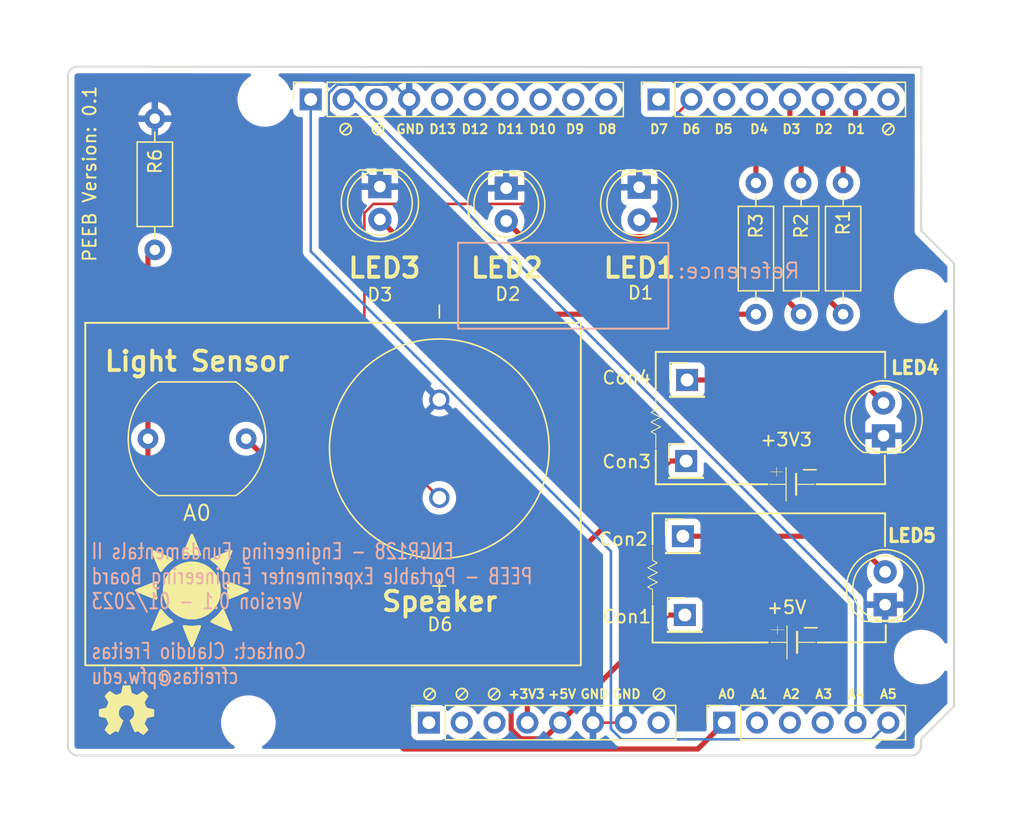
<source format=kicad_pcb>
(kicad_pcb (version 20211014) (generator pcbnew)
  (title_block (date "mar. 31 mars 2015"))
  (layers (0 "F.Cu" signal) (31 "B.Cu" signal) (34 "B.Paste" user) (35 "F.Paste" user) (36 "B.SilkS" user "B.Silkscreen") (37 "F.SilkS" user "F.Silkscreen") (38 "B.Mask" user) (39 "F.Mask" user) (44 "Edge.Cuts" user))
  (net 0 "")
  (net 1 "GND")
  (net 3 "+5V")
  (net 4 "/IOREF")
  (net 5 "Net-(D1-Pad2)")
  (net 6 "Net-(D2-Pad2)")
  (net 7 "Net-(D3-Pad2)")
  (net 8 "/A3")
  (net 9 "/SDA{slash}A4")
  (net 10 "/SCL{slash}A5")
  (net 11 "/AREF")
  (net 12 "D13")
  (net 13 "D12")
  (net 14 "D11")
  (net 15 "D10")
  (net 16 "D9")
  (net 17 "D8")
  (net 18 "A0")
  (net 19 "A1")
  (net 20 "A2")
  (net 21 "D7")
  (net 22 "D6")
  (net 23 "/RX{slash}0")
  (net 24 "+3V3")
  (net 25 "VCC")
  (net 26 "/~{RESET}")
  (net 27 "D5")
  (net 28 "D4")
  (net 29 "D3")
  (net 30 "D2")
  (net 31 "D1")
  (net 32 "Net-(Con1-Pad1)")
  (net 33 "Net-(Con3-Pad1)")
  (footprint "Connector_PinSocket_2.54mm:PinSocket_1x08_P2.54mm_Vertical" (layer "F.Cu") (at 127.94 97.46 90)
    (fp_text reference "J1" hide)
    (fp_text value "Power")
    (pad "1" thru_hole rect locked (at 0 0 90) (size 1.7 1.7) (drill 1) (layers *.Cu *.Mask))
    (pad "2" thru_hole oval locked (at 0 2.54 90) (size 1.7 1.7) (drill 1) (layers *.Cu *.Mask) (net 4 "/IOREF"))
    (pad "3" thru_hole oval locked (at 0 5.08 90) (size 1.7 1.7) (drill 1) (layers *.Cu *.Mask) (net 26 "/~{RESET}"))
    (pad "4" thru_hole oval locked (at 0 7.62 90) (size 1.7 1.7) (drill 1) (layers *.Cu *.Mask) (net 24 "+3V3"))
    (pad "5" thru_hole oval locked (at 0 10.16 90) (size 1.7 1.7) (drill 1) (layers *.Cu *.Mask) (net 3 "+5V"))
    (pad "6" thru_hole oval locked (at 0 12.7 90) (size 1.7 1.7) (drill 1) (layers *.Cu *.Mask) (net 1 "GND"))
    (pad "7" thru_hole oval locked (at 0 15.24 90) (size 1.7 1.7) (drill 1) (layers *.Cu *.Mask) (net 1 "GND"))
    (pad "8" thru_hole oval locked (at 0 17.78 90) (size 1.7 1.7) (drill 1) (layers *.Cu *.Mask) (net 25 "VCC"))
  )
  (footprint "Connector_PinSocket_2.54mm:PinSocket_1x06_P2.54mm_Vertical" (layer "F.Cu") (at 150.8 97.46 90)
    (fp_text reference "J3" hide)
    (fp_text value "Analog")
    (pad "1" thru_hole rect locked (at 0 0 90) (size 1.7 1.7) (drill 1) (layers *.Cu *.Mask) (net 18 "A0"))
    (pad "2" thru_hole oval locked (at 0 2.54 90) (size 1.7 1.7) (drill 1) (layers *.Cu *.Mask) (net 19 "A1"))
    (pad "3" thru_hole oval locked (at 0 5.08 90) (size 1.7 1.7) (drill 1) (layers *.Cu *.Mask) (net 20 "A2"))
    (pad "4" thru_hole oval locked (at 0 7.62 90) (size 1.7 1.7) (drill 1) (layers *.Cu *.Mask) (net 8 "/A3"))
    (pad "5" thru_hole oval locked (at 0 10.16 90) (size 1.7 1.7) (drill 1) (layers *.Cu *.Mask) (net 9 "/SDA{slash}A4"))
    (pad "6" thru_hole oval locked (at 0 12.7 90) (size 1.7 1.7) (drill 1) (layers *.Cu *.Mask) (net 10 "/SCL{slash}A5"))
  )
  (footprint "Connector_PinSocket_2.54mm:PinSocket_1x10_P2.54mm_Vertical" (layer "F.Cu") (at 118.796 49.2 90)
    (fp_text reference "J2" hide)
    (fp_text value "Digital/PWM")
    (pad "1" thru_hole rect locked (at 0 0 90) (size 1.7 1.7) (drill 1) (layers *.Cu *.Mask) (net 10 "/SCL{slash}A5"))
    (pad "2" thru_hole oval locked (at 0 2.54 90) (size 1.7 1.7) (drill 1) (layers *.Cu *.Mask) (net 9 "/SDA{slash}A4"))
    (pad "3" thru_hole oval locked (at 0 5.08 90) (size 1.7 1.7) (drill 1) (layers *.Cu *.Mask) (net 11 "/AREF"))
    (pad "4" thru_hole oval locked (at 0 7.62 90) (size 1.7 1.7) (drill 1) (layers *.Cu *.Mask) (net 1 "GND"))
    (pad "5" thru_hole oval locked (at 0 10.16 90) (size 1.7 1.7) (drill 1) (layers *.Cu *.Mask) (net 12 "D13"))
    (pad "6" thru_hole oval locked (at 0 12.7 90) (size 1.7 1.7) (drill 1) (layers *.Cu *.Mask) (net 13 "D12"))
    (pad "7" thru_hole oval locked (at 0 15.24 90) (size 1.7 1.7) (drill 1) (layers *.Cu *.Mask) (net 14 "D11"))
    (pad "8" thru_hole oval locked (at 0 17.78 90) (size 1.7 1.7) (drill 1) (layers *.Cu *.Mask) (net 15 "D10"))
    (pad "9" thru_hole oval locked (at 0 20.32 90) (size 1.7 1.7) (drill 1) (layers *.Cu *.Mask) (net 16 "D9"))
    (pad "10" thru_hole oval locked (at 0 22.86 90) (size 1.7 1.7) (drill 1) (layers *.Cu *.Mask) (net 17 "D8"))
  )
  (footprint "Connector_PinSocket_2.54mm:PinSocket_1x08_P2.54mm_Vertical" (layer "F.Cu") (at 145.72 49.2 90)
    (fp_text reference "J4" hide)
    (fp_text value "Digital/PWM")
    (pad "1" thru_hole rect locked (at 0 0 90) (size 1.7 1.7) (drill 1) (layers *.Cu *.Mask) (net 21 "D7"))
    (pad "2" thru_hole oval locked (at 0 2.54 90) (size 1.7 1.7) (drill 1) (layers *.Cu *.Mask) (net 22 "D6"))
    (pad "3" thru_hole oval locked (at 0 5.08 90) (size 1.7 1.7) (drill 1) (layers *.Cu *.Mask) (net 27 "D5"))
    (pad "4" thru_hole oval locked (at 0 7.62 90) (size 1.7 1.7) (drill 1) (layers *.Cu *.Mask) (net 28 "D4"))
    (pad "5" thru_hole oval locked (at 0 10.16 90) (size 1.7 1.7) (drill 1) (layers *.Cu *.Mask) (net 29 "D3"))
    (pad "6" thru_hole oval locked (at 0 12.7 90) (size 1.7 1.7) (drill 1) (layers *.Cu *.Mask) (net 30 "D2"))
    (pad "7" thru_hole oval locked (at 0 15.24 90) (size 1.7 1.7) (drill 1) (layers *.Cu *.Mask) (net 31 "D1"))
    (pad "8" thru_hole oval locked (at 0 17.78 90) (size 1.7 1.7) (drill 1) (layers *.Cu *.Mask) (net 23 "/RX{slash}0"))
  )
  (footprint "LED_THT:LED_D5.0mm_IRGrey" (layer "F.Cu") (at 163.25 88.325 90)
    (fp_text reference "D4" hide)
    (fp_text value "LED")
    (pad "1" thru_hole rect (at 0 0 90) (size 1.8 1.8) (drill 0.9) (layers *.Cu *.Mask) (net 1 "GND"))
    (pad "2" thru_hole circle (at 2.54 0 90) (size 1.8 1.8) (drill 0.9) (layers *.Cu *.Mask) (net 32 "Net-(Con1-Pad1)"))
  )
  (footprint "LED_THT:LED_D5.0mm_IRGrey" (layer "F.Cu") (at 133.925 56.075 -90)
    (fp_text reference "D2" (at 8.2 -0.125 180) (layer "F.SilkS"))
    (fp_text value "LED")
    (pad "1" thru_hole rect (at 0 0 270) (size 1.8 1.8) (drill 0.9) (layers *.Cu *.Mask) (net 1 "GND"))
    (pad "2" thru_hole circle (at 2.54 0 270) (size 1.8 1.8) (drill 0.9) (layers *.Cu *.Mask) (net 6 "Net-(D2-Pad2)"))
  )
  (footprint "Resistor_THT:R_Axial_DIN0207_L6.3mm_D2.5mm_P10.16mm_Horizontal" (layer "F.Cu") (at 160 65.83 90)
    (fp_text reference "R1" (at 7.08 0 90) (layer "F.SilkS"))
    (fp_text value "220")
    (pad "1" thru_hole circle (at 0 0 90) (size 1.6 1.6) (drill 0.8) (layers *.Cu *.Mask) (net 5 "Net-(D1-Pad2)"))
    (pad "2" thru_hole oval (at 10.16 0 90) (size 1.6 1.6) (drill 0.8) (layers *.Cu *.Mask) (net 31 "D1"))
  )
  (footprint "OptoDevice:R_LDR_10x8.5mm_P7.6mm_Vertical" (layer "F.Cu") (at 113.8 75.475 180)
    (fp_text reference "A0" (at 3.8 -5.75) (layer "F.SilkS") (effects (font (size 1.2 1.2))))
    (fp_text value "LDR03")
    (pad "1" thru_hole circle (at 0 0 180) (size 1.6 1.6) (drill 0.8) (layers *.Cu *.Mask) (net 3 "+5V"))
    (pad "2" thru_hole circle (at 7.6 0 180) (size 1.6 1.6) (drill 0.8) (layers *.Cu *.Mask) (net 18 "A0"))
  )
  (footprint "Connector_PinHeader_2.54mm:PinHeader_1x01_P2.54mm_Vertical" (layer "F.Cu") (at 147.75 89.125)
    (fp_text reference "Con2" (at -4.75 -5.875) (layer "F.SilkS"))
    (fp_text value "Conn_01x01_Male")
    (pad "1" thru_hole rect (at 0 0) (size 1.7 1.7) (drill 1) (layers *.Cu *.Mask) (net 3 "+5V"))
  )
  (footprint "LOGO" (layer "F.Cu") (at 104.53 96.48)
    (fp_text reference "G***" hide)
    (fp_text value "LOGO" hide)
  )
  (footprint "LOGO" (layer "F.Cu") (at 145.5 74 90)
    (fp_text reference "G***" hide)
    (fp_text value "LOGO" hide)
  )
  (footprint "Resistor_THT:R_Axial_DIN0207_L6.3mm_D2.5mm_P10.16mm_Horizontal" (layer "F.Cu") (at 156.75 65.83 90)
    (fp_text reference "R2" (at 6.83 0 90) (layer "F.SilkS"))
    (fp_text value "220")
    (pad "1" thru_hole circle (at 0 0 90) (size 1.6 1.6) (drill 0.8) (layers *.Cu *.Mask) (net 6 "Net-(D2-Pad2)"))
    (pad "2" thru_hole oval (at 10.16 0 90) (size 1.6 1.6) (drill 0.8) (layers *.Cu *.Mask) (net 30 "D2"))
  )
  (footprint "LOGO" (layer "F.Cu") (at 128 95.25)
    (fp_text reference "G***" hide)
    (fp_text value "LOGO" hide)
  )
  (footprint "Connector_PinHeader_2.54mm:PinHeader_1x01_P2.54mm_Vertical" (layer "F.Cu") (at 147.6 83.025)
    (fp_text reference "Con1" (at -4.35 6.225) (layer "F.SilkS"))
    (fp_text value "Conn_01x01_Male")
    (pad "1" thru_hole rect (at 0 0) (size 1.7 1.7) (drill 1) (layers *.Cu *.Mask) (net 32 "Net-(Con1-Pad1)"))
  )
  (footprint "Resistor_THT:R_Axial_DIN0207_L6.3mm_D2.5mm_P10.16mm_Horizontal" (layer "F.Cu") (at 106.73 60.85 90)
    (fp_text reference "R6" (at 6.85 0.02 90) (layer "F.SilkS"))
    (fp_text value "10k")
    (pad "1" thru_hole circle (at 0 0 90) (size 1.6 1.6) (drill 0.8) (layers *.Cu *.Mask) (net 18 "A0"))
    (pad "2" thru_hole oval (at 10.16 0 90) (size 1.6 1.6) (drill 0.8) (layers *.Cu *.Mask) (net 1 "GND"))
  )
  (footprint "Arduino_MountingHole:MountingHole_3.2mm" (layer "F.Cu") (at 115.24 49.2)
    (fp_text reference "MH1" hide)
    (fp_text value "MountingHole_3.2mm" hide)
    (pad "" np_thru_hole circle locked (at 0 0) (size 3.2 3.2) (drill 3.2) (layers *.Cu *.Mask))
  )
  (footprint "LED_THT:LED_D5.0mm_IRGrey" (layer "F.Cu") (at 144.225 56 -90)
    (fp_text reference "D1" (at 8.175 -0.1 180) (layer "F.SilkS"))
    (fp_text value "LED")
    (pad "1" thru_hole rect (at 0 0 270) (size 1.8 1.8) (drill 0.9) (layers *.Cu *.Mask) (net 1 "GND"))
    (pad "2" thru_hole circle (at 2.54 0 270) (size 1.8 1.8) (drill 0.9) (layers *.Cu *.Mask) (net 5 "Net-(D1-Pad2)"))
  )
  (footprint "LOGO" (layer "F.Cu") (at 145.75 95.25)
    (fp_text reference "G***" hide)
    (fp_text value "LOGO" hide)
  )
  (footprint "Resistor_THT:R_Axial_DIN0207_L6.3mm_D2.5mm_P10.16mm_Horizontal" (layer "F.Cu") (at 153.25 65.83 90)
    (fp_text reference "R3" (at 6.83 0 90) (layer "F.SilkS"))
    (fp_text value "220")
    (pad "1" thru_hole circle (at 0 0 90) (size 1.6 1.6) (drill 0.8) (layers *.Cu *.Mask) (net 7 "Net-(D3-Pad2)"))
    (pad "2" thru_hole oval (at 10.16 0 90) (size 1.6 1.6) (drill 0.8) (layers *.Cu *.Mask) (net 29 "D3"))
  )
  (footprint "LOGO" (layer "F.Cu") (at 163.5 51.5)
    (fp_text reference "G***" hide)
    (fp_text value "LOGO" hide)
  )
  (footprint "KSSG1708 (1):SPKR_KSSG1708" (layer "F.Cu") (at 128.75 76.25 90)
    (fp_text reference "D6" (at -13.6 0.05 180) (layer "F.SilkS"))
    (fp_text value "KSSG1708")
    (pad "N" thru_hole circle locked (at 3.8 0 90) (size 1.575 1.575) (drill 1.05) (layers *.Cu *.Mask) (net 1 "GND"))
    (pad "P" thru_hole circle locked (at -3.8 0 90) (size 1.575 1.575) (drill 1.05) (layers *.Cu *.Mask) (net 22 "D6"))
  )
  (footprint "LOGO" (layer "F.Cu") (at 124 51.5)
    (fp_text reference "G***" hide)
    (fp_text value "LOGO" hide)
  )
  (footprint "LOGO" (layer "F.Cu") (at 133 95.25)
    (fp_text reference "G***" hide)
    (fp_text value "LOGO" hide)
  )
  (footprint "LOGO" (layer "F.Cu") (at 145.25 86.025 90)
    (fp_text reference "G***" hide)
    (fp_text value "LOGO" hide)
  )
  (footprint "Connector_PinHeader_2.54mm:PinHeader_1x01_P2.54mm_Vertical" (layer "F.Cu") (at 147.85 77.2)
    (fp_text reference "Con4" (at -4.6 -6.45) (layer "F.SilkS"))
    (fp_text value "Conn_01x01_Male")
    (pad "1" thru_hole rect (at 0 0) (size 1.7 1.7) (drill 1) (layers *.Cu *.Mask) (net 24 "+3V3"))
  )
  (footprint "LOGO" (layer "F.Cu") (at 156.125 79)
    (fp_text reference "G***" hide)
    (fp_text value "LOGO" hide)
  )
  (footprint "LED_THT:LED_D5.0mm_IRGrey" (layer "F.Cu") (at 163.125 75.25 90)
    (fp_text reference "D5" hide)
    (fp_text value "LED")
    (pad "1" thru_hole rect (at 0 0 90) (size 1.8 1.8) (drill 0.9) (layers *.Cu *.Mask) (net 1 "GND"))
    (pad "2" thru_hole circle (at 2.54 0 90) (size 1.8 1.8) (drill 0.9) (layers *.Cu *.Mask) (net 33 "Net-(Con3-Pad1)"))
  )
  (footprint "LOGO" (layer "F.Cu") (at 130.5 95.25)
    (fp_text reference "G***" hide)
    (fp_text value "LOGO" hide)
  )
  (footprint "Arduino_MountingHole:MountingHole_3.2mm" (layer "F.Cu") (at 113.97 97.46)
    (fp_text reference "MH2" hide)
    (fp_text value "MountingHole_3.2mm" hide)
    (pad "" np_thru_hole circle locked (at 0 0) (size 3.2 3.2) (drill 3.2) (layers *.Cu *.Mask))
  )
  (footprint "LOGO" (layer "F.Cu") (at 156.2 91.235)
    (fp_text reference "G***" hide)
    (fp_text value "LOGO" hide)
  )
  (footprint "Arduino_MountingHole:MountingHole_3.2mm" (layer "F.Cu") (at 166.04 64.44)
    (fp_text reference "MH3" hide)
    (fp_text value "MountingHole_3.2mm" hide)
    (pad "" np_thru_hole circle locked (at 0 0) (size 3.2 3.2) (drill 3.2) (layers *.Cu *.Mask))
  )
  (footprint "Connector_PinHeader_2.54mm:PinHeader_1x01_P2.54mm_Vertical" (layer "F.Cu") (at 147.925 70.925)
    (fp_text reference "Con3" (at -4.675 6.325) (layer "F.SilkS"))
    (fp_text value "Conn_01x01_Male")
    (pad "1" thru_hole rect (at 0 0) (size 1.7 1.7) (drill 1) (layers *.Cu *.Mask) (net 33 "Net-(Con3-Pad1)"))
  )
  (footprint "Arduino_MountingHole:MountingHole_3.2mm" (layer "F.Cu") (at 166.04 92.38)
    (fp_text reference "MH4" hide)
    (fp_text value "MountingHole_3.2mm" hide)
    (pad "" np_thru_hole circle locked (at 0 0) (size 3.2 3.2) (drill 3.2) (layers *.Cu *.Mask))
  )
  (footprint "LOGO" (layer "F.Cu") (at 121.5 51.5)
    (fp_text reference "G***" hide)
    (fp_text value "LOGO" hide)
  )
  (footprint "LOGO" (layer "F.Cu") (at 109.6 87.225)
    (fp_text reference "G***" hide)
    (fp_text value "LOGO" hide)
  )
  (footprint "LED_THT:LED_D5.0mm_IRGrey" (layer "F.Cu") (at 124.15 55.95 -90)
    (fp_text reference "D3" (at 8.375 0 180) (layer "F.SilkS"))
    (fp_text value "LED")
    (pad "1" thru_hole rect (at 0 0 270) (size 1.8 1.8) (drill 0.9) (layers *.Cu *.Mask) (net 1 "GND"))
    (pad "2" thru_hole circle (at 2.54 0 270) (size 1.8 1.8) (drill 0.9) (layers *.Cu *.Mask) (net 7 "Net-(D3-Pad2)"))
  )
  (gr_rect (start 146.475 60.3) (end 130.2 66.95) (layer "B.SilkS") (width 0.15) (fill none))
  (gr_line (start 163.25 81.25) (end 145.25 81.25) (layer "F.SilkS") (width 0.15))
  (gr_rect (start 101.35 66.5) (end 139.7 93.025) (layer "F.SilkS") (width 0.15) (fill none))
  (gr_line (start 163.25 68.75) (end 145.5 68.75) (layer "F.SilkS") (width 0.15))
  (gr_line (start 145.25 83.65) (end 145.25 81.25) (layer "F.SilkS") (width 0.15))
  (gr_line (start 154.15625 79) (end 145.5 79) (layer "F.SilkS") (width 0.15))
  (gr_line (start 157.95 79) (end 163.25 79) (layer "F.SilkS") (width 0.15))
  (gr_line (start 145.5 76.37) (end 145.5 79) (layer "F.SilkS") (width 0.15))
  (gr_line (start 158.025 91.25) (end 163.025 91.235) (layer "F.SilkS") (width 0.15))
  (gr_line (start 145.25 91.25) (end 147.8 91.275) (layer "F.SilkS") (width 0.15))
  (gr_line (start 163.25 81.25) (end 163.24 83.81) (layer "F.SilkS") (width 0.15))
  (gr_line (start 163.3 91.235) (end 163.3 89.9) (layer "F.SilkS") (width 0.15))
  (gr_line (start 163.025 91.235) (end 163.3 91.235) (layer "F.SilkS") (width 0.15))
  (gr_line (start 163.25 68.75) (end 163.25 70.75) (layer "F.SilkS") (width 0.15))
  (gr_line (start 163.25 79) (end 163.225 76.775) (layer "F.SilkS") (width 0.15))
  (gr_line (start 145.26 88.4) (end 145.25 91.25) (layer "F.SilkS") (width 0.15))
  (gr_line (start 145.5 68.75) (end 145.5 71.62) (layer "F.SilkS") (width 0.15))
  (gr_line (start 154.175 91.25) (end 147.8 91.275) (layer "F.SilkS") (width 0.15))
  (gr_line (start 166.04 59.36) (end 168.58 61.9) (layer "Edge.Cuts") (width 0.15))
  (gr_line (start 100 99.238) (end 100 47.422) (layer "Edge.Cuts") (width 0.15))
  (gr_line (start 168.58 61.9) (end 168.58 96.19) (layer "Edge.Cuts") (width 0.15))
  (gr_line (start 165.278 100) (end 100.762 100) (layer "Edge.Cuts") (width 0.15))
  (gr_line (start 100.762 46.66) (end 166.06 46.7) (layer "Edge.Cuts") (width 0.15))
  (gr_arc (start 100.762 100) (mid 100.223185 99.776815) (end 100 99.238) (layer "Edge.Cuts") (width 0.15))
  (gr_line (start 168.58 96.19) (end 166.04 98.73) (layer "Edge.Cuts") (width 0.15))
  (gr_arc (start 166.04 99.238) (mid 165.816815 99.776815) (end 165.278 100) (layer "Edge.Cuts") (width 0.15))
  (gr_line (start 166.06 46.7) (end 166.04 59.36) (layer "Edge.Cuts") (width 0.15))
  (gr_line (start 166.04 98.73) (end 166.04 99.238) (layer "Edge.Cuts") (width 0.15))
  (gr_arc (start 100 47.422) (mid 100.223185 46.883185) (end 100.762 46.66) (layer "Edge.Cuts") (width 0.15))
  (gr_text "Reference: " (at 151.475 62.475) (layer "B.SilkS") (effects (font (size 1.2 1.2)) (justify mirror)))
  (gr_text "ENGR128 - Engineering Fundamentals II\nPEEB - Portable Experimenter Engineering Board\nVersion 0.1 - 01/2023\n\nContact: Claudio Freitas\ncfreitas@pfw.edu" (at 101.74 89.03) (layer "B.SilkS") (effects (font (size 1.2 0.9)) (justify right mirror)))
  (gr_text "D3" (at 156 51.5) (layer "F.SilkS") (effects (font (size 0.7 0.7))))
  (gr_text "D4" (at 153.5 51.5) (layer "F.SilkS") (effects (font (size 0.7 0.7))))
  (gr_text "D1" (at 161 51.5) (layer "F.SilkS") (effects (font (size 0.7 0.7))))
  (gr_text "Speaker" (at 128.775 88.075) (layer "F.SilkS") (effects (font (size 1.5 1.5) (thickness 0.3))))
  (gr_text "D7" (at 145.75 51.5) (layer "F.SilkS") (effects (font (size 0.7 0.7))))
  (gr_text "D5" (at 150.75 51.5) (layer "F.SilkS") (effects (font (size 0.7 0.7))))
  (gr_text "A1" (at 153.5 95.25) (layer "F.SilkS") (effects (font (size 0.7 0.7))))
  (gr_text "A4" (at 161 95.25) (layer "F.SilkS") (effects (font (size 0.7 0.7))))
  (gr_text "D2" (at 158.5 51.5) (layer "F.SilkS") (effects (font (size 0.7 0.7))))
  (gr_text "+3V3" (at 135.5 95.25) (layer "F.SilkS") (effects (font (size 0.7 0.7))))
  (gr_text "LED4" (at 165.575 69.975) (layer "F.SilkS") (effects (font (size 1 1) (thickness 0.25))))
  (gr_text "D11" (at 134.25 51.5) (layer "F.SilkS") (effects (font (size 0.7 0.7))))
  (gr_text "D6" (at 148.25 51.5) (layer "F.SilkS") (effects (font (size 0.7 0.7))))
  (gr_text "A2" (at 156 95.25) (layer "F.SilkS") (effects (font (size 0.7 0.7))))
  (gr_text "D9\n" (at 139.25 51.5) (layer "F.SilkS") (effects (font (size 0.7 0.7))))
  (gr_text "A0\n" (at 151 95.25) (layer "F.SilkS") (effects (font (size 0.7 0.7))))
  (gr_text "D8" (at 141.75 51.5) (layer "F.SilkS") (effects (font (size 0.7 0.7))))
  (gr_text "GND" (at 140.75 95.25) (layer "F.SilkS") (effects (font (size 0.7 0.7))))
  (gr_text "+5V" (at 155.625 88.535) (layer "F.SilkS") (effects (font (size 1 1))))
  (gr_text "+3V3\n" (at 155.6 75.55) (layer "F.SilkS") (effects (font (size 1 1))))
  (gr_text "D10" (at 136.75 51.5) (layer "F.SilkS") (effects (font (size 0.7 0.7))))
  (gr_text "A3" (at 158.5 95.25) (layer "F.SilkS") (effects (font (size 0.7 0.7))))
  (gr_text "Light Sensor" (at 110 69.475) (layer "F.SilkS") (effects (font (size 1.5 1.5) (thickness 0.3))))
  (gr_text "D13" (at 129 51.5) (layer "F.SilkS") (effects (font (size 0.7 0.7))))
  (gr_text "LED2" (at 133.975 62.25) (layer "F.SilkS") (effects (font (size 1.5 1.5) (thickness 0.3))))
  (gr_text "D12" (at 131.5 51.5) (layer "F.SilkS") (effects (font (size 0.7 0.7))))
  (gr_text "LED3" (at 124.5 62.25) (layer "F.SilkS") (effects (font (size 1.5 1.5) (thickness 0.3))))
  (gr_text "GND\n" (at 126.5 51.5) (layer "F.SilkS") (effects (font (size 0.7 0.7))))
  (gr_text "PEEB Version: 0.1" (at 101.69 54.96 90) (layer "F.SilkS") (effects (font (size 1 1))))
  (gr_text "LED5" (at 165.325 82.975) (layer "F.SilkS") (effects (font (size 1 1) (thickness 0.25))))
  (gr_text "A5" (at 163.5 95.25) (layer "F.SilkS") (effects (font (size 0.7 0.7))))
  (gr_text "GND" (at 143.25 95.25) (layer "F.SilkS") (effects (font (size 0.7 0.7))))
  (gr_text "LED1\n" (at 144.25 62.25) (layer "F.SilkS") (effects (font (size 1.5 1.5) (thickness 0.3))))
  (gr_text "+5V\n" (at 138.25 95.25) (layer "F.SilkS") (effects (font (size 0.7 0.7))))
  (segment (start 140.64 97.46) (end 143.18 97.46) (width 0.2) (layer "F.Cu") (net 1))
  (segment (start 120.186 51.986) (end 124.15 55.95) (width 0.2) (layer "B.Cu") (net 1))
  (segment (start 120.186 48.723654) (end 120.186 51.986) (width 0.2) (layer "B.Cu") (net 1))
  (segment (start 125.266 48.05) (end 120.859654 48.05) (width 0.2) (layer "B.Cu") (net 1))
  (segment (start 120.859654 48.05) (end 120.186 48.723654) (width 0.2) (layer "B.Cu") (net 1))
  (segment (start 126.416 49.2) (end 125.266 48.05) (width 0.2) (layer "B.Cu") (net 1))
  (segment (start 134.31 95.985) (end 134.31 97.977767) (width 0.4) (layer "F.Cu") (net 3))
  (segment (start 135.042233 98.71) (end 136.85 98.71) (width 0.4) (layer "F.Cu") (net 3))
  (segment (start 138.1 97.46) (end 146.435 89.125) (width 0.4) (layer "F.Cu") (net 3))
  (segment (start 113.8 75.475) (end 134.31 95.985) (width 0.4) (layer "F.Cu") (net 3))
  (segment (start 146.435 89.125) (end 147.75 89.125) (width 0.4) (layer "F.Cu") (net 3))
  (segment (start 136.85 98.71) (end 138.1 97.46) (width 0.4) (layer "F.Cu") (net 3))
  (segment (start 134.31 97.977767) (end 135.042233 98.71) (width 0.4) (layer "F.Cu") (net 3))
  (segment (start 152.71 58.54) (end 160 65.83) (width 0.4) (layer "F.Cu") (net 5))
  (segment (start 144.225 58.54) (end 152.71 58.54) (width 0.4) (layer "F.Cu") (net 5))
  (segment (start 135.15 59.84) (end 150.76 59.84) (width 0.4) (layer "F.Cu") (net 6))
  (segment (start 150.76 59.84) (end 156.75 65.83) (width 0.4) (layer "F.Cu") (net 6))
  (segment (start 133.925 58.615) (end 135.15 59.84) (width 0.4) (layer "F.Cu") (net 6))
  (segment (start 124.15 58.49) (end 131.49 65.83) (width 0.4) (layer "F.Cu") (net 7))
  (segment (start 131.49 65.83) (end 153.25 65.83) (width 0.4) (layer "F.Cu") (net 7))
  (segment (start 160.96 88.01) (end 160.96 97.46) (width 0.2) (layer "B.Cu") (net 9))
  (segment (start 122.15 49.2) (end 160.96 88.01) (width 0.2) (layer "B.Cu") (net 9))
  (segment (start 121.336 49.2) (end 122.15 49.2) (width 0.2) (layer "B.Cu") (net 9))
  (segment (start 162.21 98.75) (end 163.5 97.46) (width 0.2) (layer "B.Cu") (net 10))
  (segment (start 142.03 84.192042) (end 142.03 97.936346) (width 0.2) (layer "B.Cu") (net 10))
  (segment (start 118.796 49.2) (end 118.796 60.958042) (width 0.2) (layer "B.Cu") (net 10))
  (segment (start 142.843654 98.75) (end 162.21 98.75) (width 0.2) (layer "B.Cu") (net 10))
  (segment (start 118.796 60.958042) (end 142.03 84.192042) (width 0.2) (layer "B.Cu") (net 10))
  (segment (start 142.03 97.936346) (end 142.843654 98.75) (width 0.2) (layer "B.Cu") (net 10))
  (segment (start 106.2 79.7) (end 126 99.5) (width 0.4) (layer "F.Cu") (net 18))
  (segment (start 148.76 99.5) (end 150.8 97.46) (width 0.4) (layer "F.Cu") (net 18))
  (segment (start 106.2 75.475) (end 106.2 79.7) (width 0.4) (layer "F.Cu") (net 18))
  (segment (start 106.2 75.475) (end 106.2 61.38) (width 0.4) (layer "F.Cu") (net 18))
  (segment (start 106.2 61.38) (end 106.73 60.85) (width 0.4) (layer "F.Cu") (net 18))
  (segment (start 126 99.5) (end 148.76 99.5) (width 0.4) (layer "F.Cu") (net 18))
  (segment (start 122.95 57.992943) (end 123.652943 57.29) (width 0.2) (layer "F.Cu") (net 22))
  (segment (start 122.95 74.25) (end 122.95 57.992943) (width 0.2) (layer "F.Cu") (net 22))
  (segment (start 140.17 57.29) (end 148.26 49.2) (width 0.2) (layer "F.Cu") (net 22))
  (segment (start 128.75 80.05) (end 122.95 74.25) (width 0.2) (layer "F.Cu") (net 22))
  (segment (start 123.652943 57.29) (end 140.17 57.29) (width 0.2) (layer "F.Cu") (net 22))
  (segment (start 146.6 77.2) (end 135.56 88.24) (width 0.4) (layer "F.Cu") (net 24))
  (segment (start 147.85 77.2) (end 146.6 77.2) (width 0.4) (layer "F.Cu") (net 24))
  (segment (start 135.56 88.24) (end 135.56 97.46) (width 0.4) (layer "F.Cu") (net 24))
  (segment (start 153.25 55.67) (end 153.25 54.25) (width 0.4) (layer "F.Cu") (net 29))
  (segment (start 153.25 54.25) (end 155.88 51.62) (width 0.4) (layer "F.Cu") (net 29))
  (segment (start 155.88 51.62) (end 155.88 49.2) (width 0.4) (layer "F.Cu") (net 29))
  (segment (start 156.75 53.5) (end 158.42 51.83) (width 0.4) (layer "F.Cu") (net 30))
  (segment (start 156.75 55.67) (end 156.75 53.5) (width 0.4) (layer "F.Cu") (net 30))
  (segment (start 158.42 51.83) (end 158.42 49.2) (width 0.4) (layer "F.Cu") (net 30))
  (segment (start 160 52.75) (end 160.96 51.79) (width 0.4) (layer "F.Cu") (net 31))
  (segment (start 160 55.67) (end 160 52.75) (width 0.4) (layer "F.Cu") (net 31))
  (segment (start 160.96 51.79) (end 160.96 49.2) (width 0.4) (layer "F.Cu") (net 31))
  (segment (start 147.6 83.025) (end 160.49 83.025) (width 0.4) (layer "F.Cu") (net 32))
  (segment (start 160.49 83.025) (end 163.25 85.785) (width 0.4) (layer "F.Cu") (net 32))
  (segment (start 161.34 70.925) (end 163.125 72.71) (width 0.4) (layer "F.Cu") (net 33))
  (segment (start 147.925 70.925) (end 161.34 70.925) (width 0.4) (layer "F.Cu") (net 33))
  (zone (net 1) (net_name "GND") (layer "B.Cu") (connect_pads (clearance 0.508)) (min_thickness 0.254) (fill yes (thermal_gap 0.508) (thermal_bridge_width 0.508))
    (polygon (pts (xy 174 104.5) (xy 94.75 105) (xy 96.75 41.5) (xy 173.5 41.5)))
  )
)
</source>
